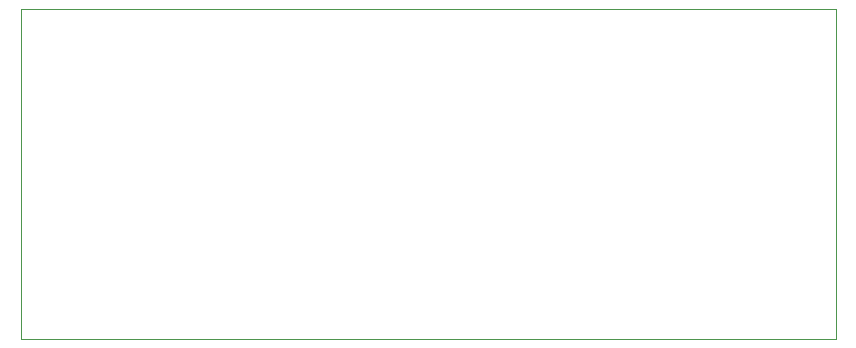
<source format=gbr>
G04 #@! TF.GenerationSoftware,KiCad,Pcbnew,(5.1.10)-1*
G04 #@! TF.CreationDate,2021-11-02T15:20:16+01:00*
G04 #@! TF.ProjectId,DgDrive_DVI,44674472-6976-4655-9f44-56492e6b6963,1.6*
G04 #@! TF.SameCoordinates,Original*
G04 #@! TF.FileFunction,Profile,NP*
%FSLAX46Y46*%
G04 Gerber Fmt 4.6, Leading zero omitted, Abs format (unit mm)*
G04 Created by KiCad (PCBNEW (5.1.10)-1) date 2021-11-02 15:20:16*
%MOMM*%
%LPD*%
G01*
G04 APERTURE LIST*
G04 #@! TA.AperFunction,Profile*
%ADD10C,0.050000*%
G04 #@! TD*
G04 APERTURE END LIST*
D10*
X90000000Y-118000000D02*
X90000000Y-90000000D01*
X159000000Y-118000000D02*
X90000000Y-118000000D01*
X159000000Y-90000000D02*
X159000000Y-118000000D01*
X90000000Y-90000000D02*
X159000000Y-90000000D01*
M02*

</source>
